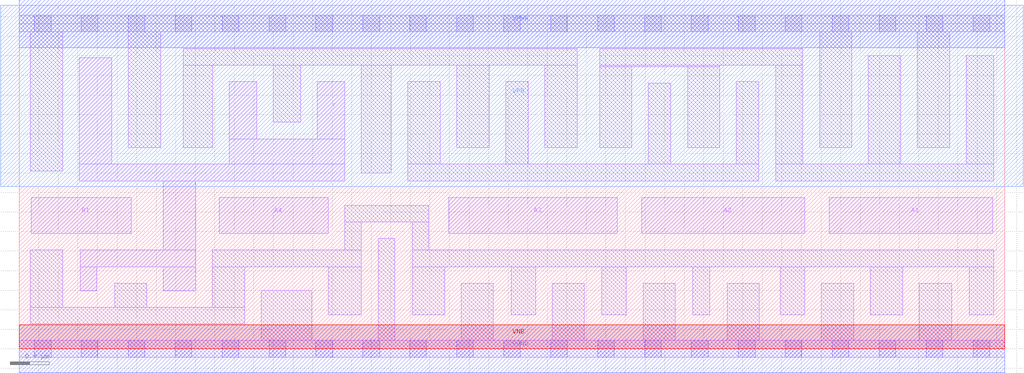
<source format=lef>
# Copyright 2020 The SkyWater PDK Authors
#
# Licensed under the Apache License, Version 2.0 (the "License");
# you may not use this file except in compliance with the License.
# You may obtain a copy of the License at
#
#     https://www.apache.org/licenses/LICENSE-2.0
#
# Unless required by applicable law or agreed to in writing, software
# distributed under the License is distributed on an "AS IS" BASIS,
# WITHOUT WARRANTIES OR CONDITIONS OF ANY KIND, either express or implied.
# See the License for the specific language governing permissions and
# limitations under the License.
#
# SPDX-License-Identifier: Apache-2.0

VERSION 5.7 ;
  NOWIREEXTENSIONATPIN ON ;
  DIVIDERCHAR "/" ;
  BUSBITCHARS "[]" ;
MACRO sky130_fd_sc_ls__o41ai_4
  CLASS CORE ;
  FOREIGN sky130_fd_sc_ls__o41ai_4 ;
  ORIGIN  0.000000  0.000000 ;
  SIZE  10.08000 BY  3.330000 ;
  SYMMETRY X Y ;
  SITE unit ;
  PIN A1
    ANTENNAGATEAREA  1.116000 ;
    DIRECTION INPUT ;
    USE SIGNAL ;
    PORT
      LAYER li1 ;
        RECT 8.285000 1.180000 9.955000 1.550000 ;
    END
  END A1
  PIN A2
    ANTENNAGATEAREA  1.116000 ;
    DIRECTION INPUT ;
    USE SIGNAL ;
    PORT
      LAYER li1 ;
        RECT 6.365000 1.180000 8.035000 1.550000 ;
    END
  END A2
  PIN A3
    ANTENNAGATEAREA  1.116000 ;
    DIRECTION INPUT ;
    USE SIGNAL ;
    PORT
      LAYER li1 ;
        RECT 4.395000 1.180000 6.115000 1.550000 ;
    END
  END A3
  PIN A4
    ANTENNAGATEAREA  1.116000 ;
    DIRECTION INPUT ;
    USE SIGNAL ;
    PORT
      LAYER li1 ;
        RECT 2.045000 1.180000 3.160000 1.550000 ;
    END
  END A4
  PIN B1
    ANTENNAGATEAREA  0.780000 ;
    DIRECTION INPUT ;
    USE SIGNAL ;
    PORT
      LAYER li1 ;
        RECT 0.125000 1.180000 1.145000 1.550000 ;
    END
  END B1
  PIN Y
    ANTENNADIFFAREA  1.586200 ;
    DIRECTION OUTPUT ;
    USE SIGNAL ;
    PORT
      LAYER li1 ;
        RECT 0.615000 1.720000 3.330000 1.890000 ;
        RECT 0.615000 1.890000 0.945000 2.980000 ;
        RECT 0.625000 0.595000 0.795000 0.840000 ;
        RECT 0.625000 0.840000 1.805000 1.010000 ;
        RECT 1.475000 0.595000 1.805000 0.840000 ;
        RECT 1.475000 1.010000 1.805000 1.720000 ;
        RECT 2.150000 1.890000 3.330000 2.150000 ;
        RECT 2.150000 2.150000 2.430000 2.735000 ;
        RECT 3.050000 2.150000 3.330000 2.735000 ;
    END
  END Y
  PIN VGND
    DIRECTION INOUT ;
    SHAPE ABUTMENT ;
    USE GROUND ;
    PORT
      LAYER met1 ;
        RECT 0.000000 -0.245000 10.080000 0.245000 ;
    END
  END VGND
  PIN VNB
    DIRECTION INOUT ;
    USE GROUND ;
    PORT
      LAYER pwell ;
        RECT 0.000000 0.000000 10.080000 0.245000 ;
    END
  END VNB
  PIN VPB
    DIRECTION INOUT ;
    USE POWER ;
    PORT
      LAYER nwell ;
        RECT -0.190000 1.660000 10.270000 3.520000 ;
    END
  END VPB
  PIN VPWR
    DIRECTION INOUT ;
    SHAPE ABUTMENT ;
    USE POWER ;
    PORT
      LAYER met1 ;
        RECT 0.000000 3.085000 10.080000 3.575000 ;
    END
  END VPWR
  OBS
    LAYER li1 ;
      RECT 0.000000 -0.085000 10.080000 0.085000 ;
      RECT 0.000000  3.245000 10.080000 3.415000 ;
      RECT 0.115000  0.255000  2.305000 0.425000 ;
      RECT 0.115000  0.425000  0.445000 1.010000 ;
      RECT 0.115000  1.820000  0.445000 3.245000 ;
      RECT 0.975000  0.425000  1.305000 0.670000 ;
      RECT 1.115000  2.060000  1.445000 3.245000 ;
      RECT 1.675000  2.060000  1.980000 2.905000 ;
      RECT 1.675000  2.905000  5.705000 3.075000 ;
      RECT 1.975000  0.425000  2.305000 0.840000 ;
      RECT 1.975000  0.840000  3.500000 1.010000 ;
      RECT 2.475000  0.085000  2.990000 0.600000 ;
      RECT 2.600000  2.320000  2.880000 2.905000 ;
      RECT 3.160000  0.350000  3.500000 0.840000 ;
      RECT 3.330000  1.010000  3.500000 1.300000 ;
      RECT 3.330000  1.300000  4.190000 1.470000 ;
      RECT 3.500000  1.800000  3.805000 2.905000 ;
      RECT 3.670000  0.085000  3.840000 1.130000 ;
      RECT 3.975000  1.720000  7.565000 1.890000 ;
      RECT 3.975000  1.890000  4.305000 2.735000 ;
      RECT 4.020000  0.350000  4.350000 0.840000 ;
      RECT 4.020000  0.840000  9.965000 1.010000 ;
      RECT 4.020000  1.010000  4.190000 1.300000 ;
      RECT 4.475000  2.060000  4.805000 2.905000 ;
      RECT 4.520000  0.085000  4.850000 0.670000 ;
      RECT 4.975000  1.890000  5.205000 2.735000 ;
      RECT 5.030000  0.350000  5.280000 0.840000 ;
      RECT 5.375000  2.060000  5.705000 2.905000 ;
      RECT 5.450000  0.085000  5.780000 0.670000 ;
      RECT 5.935000  2.060000  6.265000 2.890000 ;
      RECT 5.935000  2.890000  7.165000 2.905000 ;
      RECT 5.935000  2.905000  8.015000 3.075000 ;
      RECT 5.960000  0.350000  6.210000 0.840000 ;
      RECT 6.380000  0.085000  6.710000 0.670000 ;
      RECT 6.435000  1.890000  6.665000 2.720000 ;
      RECT 6.835000  2.060000  7.165000 2.890000 ;
      RECT 6.890000  0.350000  7.060000 0.840000 ;
      RECT 7.240000  0.085000  7.570000 0.670000 ;
      RECT 7.335000  1.890000  7.565000 2.735000 ;
      RECT 7.735000  1.720000  9.965000 1.890000 ;
      RECT 7.735000  1.890000  8.015000 2.905000 ;
      RECT 7.785000  0.350000  8.035000 0.840000 ;
      RECT 8.185000  2.060000  8.515000 3.245000 ;
      RECT 8.205000  0.085000  8.535000 0.670000 ;
      RECT 8.685000  1.890000  9.015000 3.000000 ;
      RECT 8.705000  0.350000  9.035000 0.840000 ;
      RECT 9.185000  2.060000  9.515000 3.245000 ;
      RECT 9.205000  0.085000  9.535000 0.670000 ;
      RECT 9.685000  1.890000  9.965000 3.000000 ;
      RECT 9.715000  0.350000  9.965000 0.840000 ;
    LAYER mcon ;
      RECT 0.155000 -0.085000 0.325000 0.085000 ;
      RECT 0.155000  3.245000 0.325000 3.415000 ;
      RECT 0.635000 -0.085000 0.805000 0.085000 ;
      RECT 0.635000  3.245000 0.805000 3.415000 ;
      RECT 1.115000 -0.085000 1.285000 0.085000 ;
      RECT 1.115000  3.245000 1.285000 3.415000 ;
      RECT 1.595000 -0.085000 1.765000 0.085000 ;
      RECT 1.595000  3.245000 1.765000 3.415000 ;
      RECT 2.075000 -0.085000 2.245000 0.085000 ;
      RECT 2.075000  3.245000 2.245000 3.415000 ;
      RECT 2.555000 -0.085000 2.725000 0.085000 ;
      RECT 2.555000  3.245000 2.725000 3.415000 ;
      RECT 3.035000 -0.085000 3.205000 0.085000 ;
      RECT 3.035000  3.245000 3.205000 3.415000 ;
      RECT 3.515000 -0.085000 3.685000 0.085000 ;
      RECT 3.515000  3.245000 3.685000 3.415000 ;
      RECT 3.995000 -0.085000 4.165000 0.085000 ;
      RECT 3.995000  3.245000 4.165000 3.415000 ;
      RECT 4.475000 -0.085000 4.645000 0.085000 ;
      RECT 4.475000  3.245000 4.645000 3.415000 ;
      RECT 4.955000 -0.085000 5.125000 0.085000 ;
      RECT 4.955000  3.245000 5.125000 3.415000 ;
      RECT 5.435000 -0.085000 5.605000 0.085000 ;
      RECT 5.435000  3.245000 5.605000 3.415000 ;
      RECT 5.915000 -0.085000 6.085000 0.085000 ;
      RECT 5.915000  3.245000 6.085000 3.415000 ;
      RECT 6.395000 -0.085000 6.565000 0.085000 ;
      RECT 6.395000  3.245000 6.565000 3.415000 ;
      RECT 6.875000 -0.085000 7.045000 0.085000 ;
      RECT 6.875000  3.245000 7.045000 3.415000 ;
      RECT 7.355000 -0.085000 7.525000 0.085000 ;
      RECT 7.355000  3.245000 7.525000 3.415000 ;
      RECT 7.835000 -0.085000 8.005000 0.085000 ;
      RECT 7.835000  3.245000 8.005000 3.415000 ;
      RECT 8.315000 -0.085000 8.485000 0.085000 ;
      RECT 8.315000  3.245000 8.485000 3.415000 ;
      RECT 8.795000 -0.085000 8.965000 0.085000 ;
      RECT 8.795000  3.245000 8.965000 3.415000 ;
      RECT 9.275000 -0.085000 9.445000 0.085000 ;
      RECT 9.275000  3.245000 9.445000 3.415000 ;
      RECT 9.755000 -0.085000 9.925000 0.085000 ;
      RECT 9.755000  3.245000 9.925000 3.415000 ;
  END
END sky130_fd_sc_ls__o41ai_4
END LIBRARY

</source>
